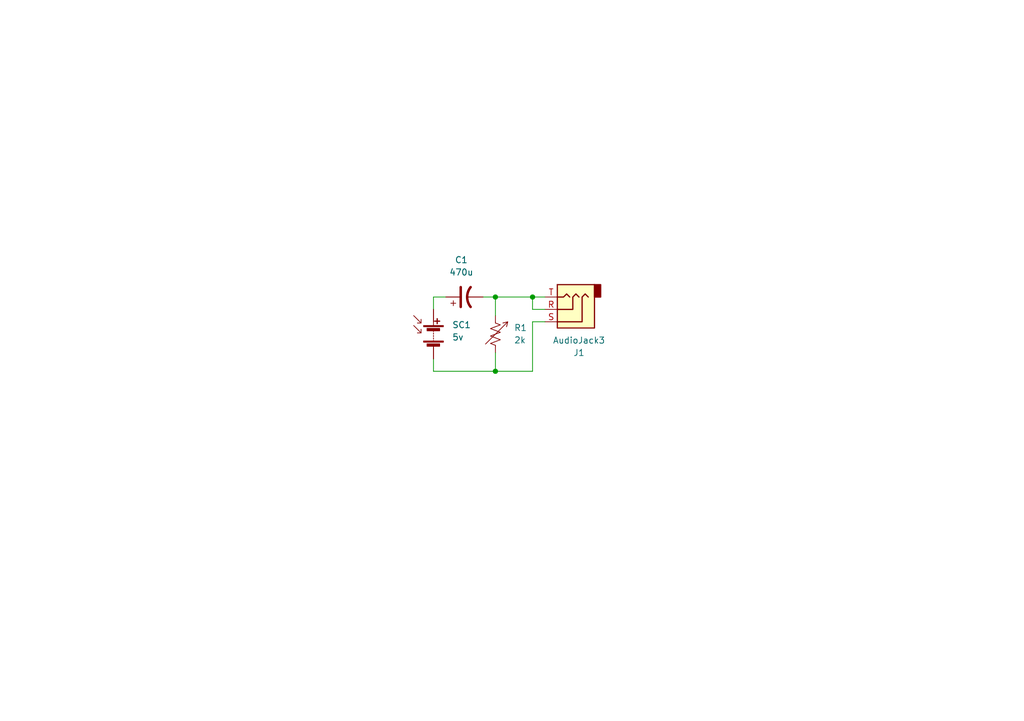
<source format=kicad_sch>
(kicad_sch (version 20231120) (generator "eeschema") (generator_version "8.0")
  (paper "A5")
  (title_block (title "VOLF Passive Receiver") (date "2024-09-26") (rev "1.0"))
  (lib_symbols
    (symbol "Connector_Audio:AudioJack3"
      (property "Reference" "J" (at 0 8.89 0))
      (property "Value" "AudioJack3" (at 0 6.35 0))
      (symbol "AudioJack3_0_1"
        (rectangle (start -5.08 -5.08) (end -6.35 -2.54) (stroke (width 0.254)) (fill (type outline)))
        (polyline (pts (xy 0 -2.54) (xy 0.635 -3.175) (xy 1.27 -2.54) (xy 2.54 -2.54)) (stroke (width 0.254)))
        (polyline (pts (xy -1.905 -2.54) (xy -1.27 -3.175) (xy -0.635 -2.54) (xy -0.635 0) (xy 2.54 0)) (stroke (width 0.254)))
        (polyline (pts (xy 2.54 2.54) (xy -2.54 2.54) (xy -2.54 -2.54) (xy -3.175 -3.175) (xy -3.81 -2.54)) (stroke (width 0.254)))
        (rectangle (start 2.54 3.81) (end -5.08 -5.08) (stroke (width 0.254)) (fill (type background)))
      )
      (symbol "AudioJack3_1_1"
        (pin passive line (at 5.08 0 180) (length 2.54) (name "~") (number "R"))
        (pin passive line (at 5.08 2.54 180) (length 2.54) (name "~") (number "S"))
        (pin passive line (at 5.08 -2.54 180) (length 2.54) (name "~") (number "T"))
      )
    )
    (symbol "Device:C_Polarized_US" (pin_numbers hide) (pin_names (offset 0.254) hide)
      (property "Reference" "C" (at 0.635 2.54 0))
      (property "Value" "C_Polarized_US" (at 0.635 -2.54 0))
      (symbol "C_Polarized_US_0_1"
        (polyline (pts (xy -2.032 0.762) (xy 2.032 0.762)) (stroke (width 0.508)))
        (polyline (pts (xy -1.778 2.286) (xy -0.762 2.286)))
        (polyline (pts (xy -1.27 1.778) (xy -1.27 2.794)))
        (arc (start 2.032 -1.27) (mid 0 -0.5572) (end -2.032 -1.27) (stroke (width 0.508)))
      )
      (symbol "C_Polarized_US_1_1"
        (pin passive line (at 0 3.81 270) (length 2.794) (name "~") (number "1"))
        (pin passive line (at 0 -3.81 90) (length 3.302) (name "~") (number "2"))
      )
    )
    (symbol "Device:R_Variable_US" (pin_numbers hide) (pin_names (offset 0))
      (property "Reference" "R" (at 2.54 -2.54 90))
      (property "Value" "R_Variable_US" (at -2.54 -1.27 90))
      (symbol "R_Variable_US_0_1"
        (polyline (pts (xy 0 -2.286) (xy 0 -2.54)))
        (polyline (pts (xy 0 2.286) (xy 0 2.54)))
        (polyline (pts (xy 0 -0.762) (xy 1.016 -1.143) (xy 0 -1.524) (xy -1.016 -1.905) (xy 0 -2.286)))
        (polyline (pts (xy 0 0.762) (xy 1.016 0.381) (xy 0 0) (xy -1.016 -0.381) (xy 0 -0.762)))
        (polyline (pts (xy 0 2.286) (xy 1.016 1.905) (xy 0 1.524) (xy -1.016 1.143) (xy 0 0.762)) (stroke (width 0.1524)))
        (polyline (pts (xy 2.286 1.524) (xy 2.54 2.54) (xy 1.524 2.286) (xy 2.54 2.54) (xy -2.032 -2.032)) (stroke (width 0.1524)))
      )
      (symbol "R_Variable_US_1_1"
        (pin passive line (at 0 3.81 270) (length 1.27) (name "~") (number "1"))
        (pin passive line (at 0 -3.81 90) (length 1.27) (name "~") (number "2"))
      )
    )
    (symbol "Device:Solar_Cells" (pin_numbers hide) (pin_names (offset 0) hide)
      (property "Reference" "SC" (at 2.54 2.54 0))
      (property "Value" "Solar_Cells" (at 2.54 0 0))
      (symbol "Solar_Cells_0_1"
        (rectangle (start -2.032 -1.397) (end 2.032 -1.651) (fill (type outline)))
        (rectangle (start -2.032 1.778) (end 2.032 1.524) (fill (type outline)))
        (rectangle (start -1.3208 -1.9812) (end 1.27 -2.4892) (fill (type outline)))
        (rectangle (start -1.3208 1.1938) (end 1.27 0.6858) (fill (type outline)))
        (polyline (pts (xy -2.54 0.254) (xy -4.064 1.778)))
        (polyline (pts (xy -2.54 2.286) (xy -4.064 3.81)))
        (polyline (pts (xy 0 -1.524) (xy 0 -1.27)))
        (polyline (pts (xy 0 -1.016) (xy 0 -0.762)))
        (polyline (pts (xy 0 -0.508) (xy 0 -0.254)))
        (polyline (pts (xy 0 0) (xy 0 0.254)))
        (polyline (pts (xy 0 0.508) (xy 0 0.762)))
        (polyline (pts (xy 0 1.778) (xy 0 2.54)))
        (polyline (pts (xy 0.254 2.667) (xy 1.27 2.667)) (stroke (width 0.254)))
        (polyline (pts (xy 0.762 3.175) (xy 0.762 2.159)) (stroke (width 0.254)))
        (polyline (pts (xy -2.54 1.016) (xy -2.54 0.254) (xy -3.302 0.254)))
        (polyline (pts (xy -2.54 3.048) (xy -2.54 2.286) (xy -3.302 2.286)))
      )
      (symbol "Solar_Cells_1_1"
        (pin passive line (at 0 5.08 270) (length 2.54) (name "+") (number "1"))
        (pin passive line (at 0 -5.08 90) (length 2.54) (name "-") (number "2"))
      )
    )
  )
  (junction (at 109.22 60.96))
  (junction (at 101.6 76.2))
  (junction (at 101.6 60.96))
  (wire (pts (xy 101.6 60.96) (xy 109.22 60.96)))
  (wire (pts (xy 91.44 60.96) (xy 88.9 60.96)))
  (wire (pts (xy 109.22 60.96) (xy 109.22 63.5)))
  (wire (pts (xy 101.6 60.96) (xy 101.6 64.77)))
  (wire (pts (xy 109.22 60.96) (xy 111.76 60.96)))
  (wire (pts (xy 111.76 63.5) (xy 109.22 63.5)))
  (wire (pts (xy 109.22 66.04) (xy 109.22 76.2)))
  (wire (pts (xy 88.9 76.2) (xy 101.6 76.2)))
  (wire (pts (xy 88.9 73.66) (xy 88.9 76.2)))
  (wire (pts (xy 99.06 60.96) (xy 101.6 60.96)))
  (wire (pts (xy 101.6 76.2) (xy 109.22 76.2)))
  (wire (pts (xy 101.6 76.2) (xy 101.6 72.39)))
  (wire (pts (xy 111.76 66.04) (xy 109.22 66.04)))
  (wire (pts (xy 88.9 60.96) (xy 88.9 63.5)))
  (symbol (lib_id "Connector_Audio:AudioJack3") (at 116.84 63.5 180) (unit 1)
    (property "Reference" "J1" (at 118.745 72.39 0))
    (property "Value" "AudioJack3" (at 118.745 69.85 0))
    (property "Description" "Audio Jack, 3 Poles (Stereo / TRS)" (effects (hide yes)))
  )
  (symbol (lib_id "Device:Solar_Cells") (at 88.9 68.58 0) (unit 1)
    (property "Reference" "SC1" (at 92.71 66.6749 0) (effects (justify left)))
    (property "Value" "5v" (at 92.71 69.2149 0) (effects (justify left)))
    (property "Description" "Multiple solar cells" (effects (hide yes)))
  )
  (symbol (lib_id "Device:R_Variable_US") (at 101.6 68.58 0) (unit 1)
    (property "Reference" "R1" (at 105.41 67.2718 0) (effects (justify left)))
    (property "Value" "2k" (at 105.41 69.8118 0) (effects (justify left)))
    (property "Description" "Variable resistor, US symbol" (effects (hide yes)))
  )
  (symbol (lib_id "Device:C_Polarized_US") (at 95.25 60.96 90) (unit 1)
    (property "Reference" "C1" (at 94.615 53.34 90))
    (property "Value" "470u" (at 94.615 55.88 90))
    (property "Description" "Polarized capacitor, US symbol" (effects (hide yes)))
  )
)
</source>
